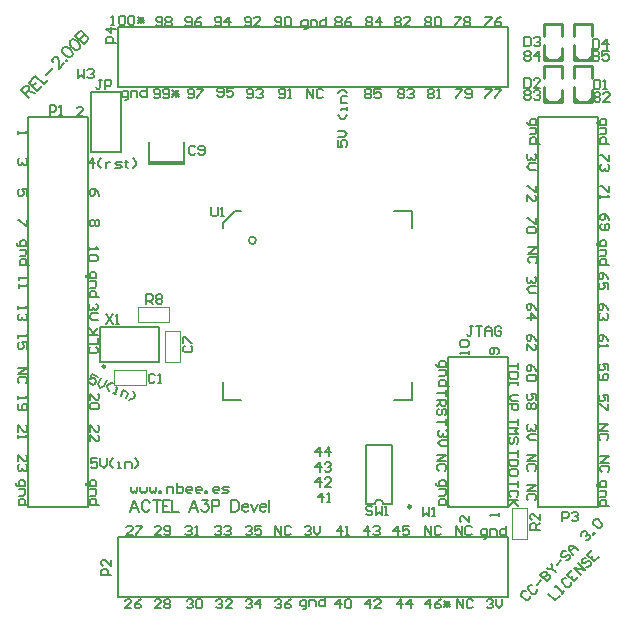
<source format=gto>
%FSLAX23Y23*%
%MOIN*%
G70*
G01*
G75*
%ADD10C,0.012*%
%ADD11C,0.014*%
%ADD12R,0.118X0.073*%
%ADD13R,0.031X0.031*%
%ADD14R,0.087X0.024*%
%ADD15R,0.087X0.024*%
%ADD16O,0.010X0.080*%
%ADD17O,0.080X0.010*%
%ADD18R,0.079X0.047*%
%ADD19R,0.014X0.014*%
%ADD20R,0.020X0.020*%
%ADD21R,0.030X0.030*%
%ADD22R,0.030X0.030*%
%ADD23C,0.008*%
%ADD24C,0.031*%
%ADD25C,0.024*%
%ADD26C,0.020*%
%ADD27C,0.016*%
%ADD28C,0.059*%
%ADD29R,0.059X0.059*%
%ADD30R,0.059X0.059*%
%ADD31C,0.024*%
%ADD32C,0.030*%
%ADD33R,0.060X0.060*%
%ADD34R,0.040X0.050*%
%ADD35R,0.040X0.060*%
%ADD36R,0.085X0.043*%
%ADD37R,0.085X0.043*%
%ADD38R,0.085X0.138*%
%ADD39R,0.022X0.061*%
%ADD40R,0.059X0.051*%
%ADD41R,0.039X0.043*%
%ADD42R,0.059X0.057*%
%ADD43C,0.010*%
%ADD44C,0.010*%
%ADD45C,0.008*%
%ADD46C,0.004*%
%ADD47C,0.005*%
%ADD48C,0.006*%
D23*
X3234Y4562D02*
G03*
X3206Y4562I-14J0D01*
G01*
X2810Y5440D02*
G03*
X2810Y5440I-12J0D01*
G01*
X2453Y5693D02*
Y5769D01*
X2571Y5693D02*
Y5769D01*
X2453Y5693D02*
X2571D01*
X2453Y5700D02*
X2571D01*
X2261Y5733D02*
Y5933D01*
Y5733D02*
X2361D01*
Y5933D01*
X2261D02*
X2361D01*
X3450Y5050D02*
X3650D01*
X3450Y4550D02*
X3650D01*
X3450D02*
Y5050D01*
X3650Y4550D02*
Y5050D01*
X2350Y5950D02*
Y6150D01*
X3650Y5950D02*
Y6150D01*
X2350Y5950D02*
X3650D01*
X2350Y6150D02*
X3650D01*
X3234Y4562D02*
X3263D01*
X3177D02*
X3206D01*
X3177Y4758D02*
X3263D01*
Y4562D02*
Y4758D01*
X3177Y4562D02*
Y4758D01*
X2290Y5034D02*
X2487D01*
Y5152D01*
X2290D02*
X2487D01*
X2290Y5034D02*
Y5152D01*
X2050Y4550D02*
X2250D01*
X2050Y5850D02*
X2250D01*
Y4550D02*
Y5850D01*
X2050Y4550D02*
Y5850D01*
X2350Y4250D02*
X3650D01*
X2350Y4450D02*
X3650D01*
X2350Y4250D02*
Y4450D01*
X3650Y4250D02*
Y4450D01*
X3950Y4550D02*
Y5850D01*
X3750Y4550D02*
Y5850D01*
Y4550D02*
X3950D01*
X3750Y5850D02*
X3950D01*
D43*
X3327Y4552D02*
G03*
X3327Y4552I-5J0D01*
G01*
X3930Y6120D02*
Y6140D01*
Y6160D01*
X3870D02*
X3930D01*
X3870Y6120D02*
Y6160D01*
Y6040D02*
Y6090D01*
Y6040D02*
X3930D01*
Y6080D01*
Y5980D02*
Y6000D01*
Y6020D01*
X3870D02*
X3930D01*
X3870Y5980D02*
Y6020D01*
Y5900D02*
Y5950D01*
Y5900D02*
X3930D01*
Y5940D01*
X3830Y5980D02*
Y6000D01*
Y6020D01*
X3770D02*
X3830D01*
X3770Y5980D02*
Y6020D01*
Y5900D02*
Y5950D01*
Y5900D02*
X3830D01*
Y5940D01*
Y6120D02*
Y6140D01*
Y6160D01*
X3770D02*
X3830D01*
X3770Y6120D02*
Y6160D01*
Y6040D02*
Y6090D01*
Y6040D02*
X3830D01*
Y6080D01*
D44*
X2307Y5020D02*
G03*
X2307Y5020I-4J0D01*
G01*
X3915Y6040D02*
X3930Y6055D01*
Y6060D01*
X3870Y6055D02*
X3885Y6040D01*
X3915Y5900D02*
X3930Y5915D01*
Y5920D01*
X3870Y5915D02*
X3885Y5900D01*
X3815D02*
X3830Y5915D01*
Y5920D01*
X3770Y5915D02*
X3785Y5900D01*
X3815Y6040D02*
X3830Y6055D01*
Y6060D01*
X3770Y6055D02*
X3785Y6040D01*
D45*
X2700Y5499D02*
X2739Y5539D01*
X3330Y5480D02*
Y5539D01*
Y4909D02*
Y4968D01*
X2700Y4909D02*
Y4968D01*
Y5480D02*
Y5499D01*
X3271Y5539D02*
X3330D01*
X3271Y4909D02*
X3330Y4909D01*
X2700Y4909D02*
X2759D01*
X2739Y5539D02*
X2759D01*
D46*
X2442Y4960D02*
X2442Y5009D01*
X2442Y4959D02*
X2442Y4960D01*
X2337Y4959D02*
X2442D01*
X2337D02*
Y5009D01*
X2442D01*
X2507Y5139D02*
X2556Y5139D01*
X2556Y5138D01*
Y5034D02*
Y5138D01*
X2507Y5034D02*
X2556D01*
X2507D02*
Y5139D01*
X3664Y4549D02*
X3713Y4549D01*
X3714Y4548D01*
Y4444D02*
Y4548D01*
X3664Y4444D02*
X3714D01*
X3664D02*
Y4549D01*
X2416Y5168D02*
X2416Y5217D01*
X2417Y5218D01*
X2521D01*
Y5168D02*
Y5218D01*
X2416Y5168D02*
X2521D01*
D47*
X2608Y5751D02*
X2602Y5756D01*
X2592D01*
X2587Y5751D01*
Y5730D01*
X2592Y5724D01*
X2602D01*
X2608Y5730D01*
X2618D02*
X2623Y5724D01*
X2634D01*
X2639Y5730D01*
Y5751D01*
X2634Y5756D01*
X2623D01*
X2618Y5751D01*
Y5745D01*
X2623Y5740D01*
X2639D01*
X3933Y6110D02*
Y6079D01*
X3949D01*
X3954Y6084D01*
Y6105D01*
X3949Y6110D01*
X3933D01*
X3980Y6079D02*
Y6110D01*
X3965Y6094D01*
X3986D01*
X2297Y5976D02*
X2286D01*
X2291D01*
Y5950D01*
X2286Y5945D01*
X2281D01*
X2276Y5950D01*
X2307Y5945D02*
Y5976D01*
X2323D01*
X2328Y5971D01*
Y5961D01*
X2323Y5955D01*
X2307D01*
X3533Y5154D02*
X3522D01*
X3528D01*
Y5127D01*
X3522Y5122D01*
X3517D01*
X3512Y5127D01*
X3543Y5154D02*
X3564D01*
X3554D01*
Y5122D01*
X3575D02*
Y5143D01*
X3585Y5154D01*
X3596Y5143D01*
Y5122D01*
Y5138D01*
X3575D01*
X3627Y5148D02*
X3622Y5154D01*
X3612D01*
X3606Y5148D01*
Y5127D01*
X3612Y5122D01*
X3622D01*
X3627Y5127D01*
Y5138D01*
X3617D01*
X3520Y4521D02*
Y4500D01*
X3499Y4521D01*
X3494D01*
X3489Y4516D01*
Y4505D01*
X3494Y4500D01*
X3620Y4520D02*
Y4530D01*
Y4525D01*
X3589D01*
X3594Y4520D01*
X3615Y5060D02*
X3620Y5065D01*
Y5076D01*
X3615Y5081D01*
X3594D01*
X3589Y5076D01*
Y5065D01*
X3594Y5060D01*
X3599D01*
X3604Y5065D01*
Y5081D01*
X3520Y5060D02*
Y5070D01*
Y5065D01*
X3489D01*
X3494Y5060D01*
Y5086D02*
X3489Y5091D01*
Y5102D01*
X3494Y5107D01*
X3515D01*
X3520Y5102D01*
Y5091D01*
X3515Y5086D01*
X3494D01*
X2343Y6098D02*
X2311D01*
Y6114D01*
X2316Y6119D01*
X2327D01*
X2332Y6114D01*
Y6098D01*
X2343Y6146D02*
X2311D01*
X2327Y6130D01*
Y6151D01*
X3198Y4550D02*
X3193Y4555D01*
X3182D01*
X3177Y4550D01*
Y4545D01*
X3182Y4539D01*
X3193D01*
X3198Y4534D01*
Y4529D01*
X3193Y4524D01*
X3182D01*
X3177Y4529D01*
X3209Y4555D02*
Y4524D01*
X3219Y4534D01*
X3230Y4524D01*
Y4555D01*
X3240Y4524D02*
X3251D01*
X3245D01*
Y4555D01*
X3240Y4550D01*
X2661Y5551D02*
Y5525D01*
X2667Y5520D01*
X2677D01*
X2682Y5525D01*
Y5551D01*
X2693Y5520D02*
X2703D01*
X2698D01*
Y5551D01*
X2693Y5546D01*
X2311Y5193D02*
X2332Y5161D01*
Y5193D02*
X2311Y5161D01*
X2343D02*
X2353D01*
X2348D01*
Y5193D01*
X2343Y5188D01*
X2217Y6012D02*
Y5980D01*
X2227Y5991D01*
X2238Y5980D01*
Y6012D01*
X2248Y6007D02*
X2253Y6012D01*
X2264D01*
X2269Y6007D01*
Y6001D01*
X2264Y5996D01*
X2259D01*
X2264D01*
X2269Y5991D01*
Y5986D01*
X2264Y5980D01*
X2253D01*
X2248Y5986D01*
X2474Y4991D02*
X2468Y4996D01*
X2458D01*
X2453Y4991D01*
Y4970D01*
X2458Y4965D01*
X2468D01*
X2474Y4970D01*
X2484Y4965D02*
X2495D01*
X2489D01*
Y4996D01*
X2484Y4991D01*
X3937Y5976D02*
Y5945D01*
X3953D01*
X3958Y5950D01*
Y5971D01*
X3953Y5976D01*
X3937D01*
X3968Y5945D02*
X3979D01*
X3974D01*
Y5976D01*
X3968Y5971D01*
X3705Y5980D02*
Y5949D01*
X3720D01*
X3726Y5954D01*
Y5975D01*
X3720Y5980D01*
X3705D01*
X3757Y5949D02*
X3736D01*
X3757Y5970D01*
Y5975D01*
X3752Y5980D01*
X3741D01*
X3736Y5975D01*
X3705Y6118D02*
Y6087D01*
X3720D01*
X3726Y6092D01*
Y6113D01*
X3720Y6118D01*
X3705D01*
X3736Y6113D02*
X3741Y6118D01*
X3752D01*
X3757Y6113D01*
Y6108D01*
X3752Y6102D01*
X3747D01*
X3752D01*
X3757Y6097D01*
Y6092D01*
X3752Y6087D01*
X3741D01*
X3736Y6092D01*
X2122Y5858D02*
Y5890D01*
X2138D01*
X2143Y5885D01*
Y5874D01*
X2138Y5869D01*
X2122D01*
X2154Y5858D02*
X2164D01*
X2159D01*
Y5890D01*
X2154Y5885D01*
X2327Y4323D02*
X2295D01*
Y4339D01*
X2301Y4344D01*
X2311D01*
X2316Y4339D01*
Y4323D01*
X2327Y4375D02*
Y4354D01*
X2306Y4375D01*
X2301D01*
X2295Y4370D01*
Y4360D01*
X2301Y4354D01*
X3831Y4504D02*
Y4535D01*
X3846D01*
X3852Y4530D01*
Y4520D01*
X3846Y4514D01*
X3831D01*
X3862Y4530D02*
X3867Y4535D01*
X3878D01*
X3883Y4530D01*
Y4525D01*
X3878Y4520D01*
X3873D01*
X3878D01*
X3883Y4514D01*
Y4509D01*
X3878Y4504D01*
X3867D01*
X3862Y4509D01*
X2572Y5088D02*
X2567Y5083D01*
Y5072D01*
X2572Y5067D01*
X2593D01*
X2598Y5072D01*
Y5083D01*
X2593Y5088D01*
X2567Y5098D02*
Y5119D01*
X2572D01*
X2593Y5098D01*
X2598D01*
X3756Y4476D02*
X3724D01*
Y4492D01*
X3730Y4497D01*
X3740D01*
X3745Y4492D01*
Y4476D01*
Y4487D02*
X3756Y4497D01*
Y4529D02*
Y4508D01*
X3735Y4529D01*
X3730D01*
X3724Y4524D01*
Y4513D01*
X3730Y4508D01*
X2445Y5228D02*
Y5260D01*
X2461D01*
X2466Y5255D01*
Y5244D01*
X2461Y5239D01*
X2445D01*
X2455D02*
X2466Y5228D01*
X2476Y5255D02*
X2482Y5260D01*
X2492D01*
X2497Y5255D01*
Y5249D01*
X2492Y5244D01*
X2497Y5239D01*
Y5234D01*
X2492Y5228D01*
X2482D01*
X2476Y5234D01*
Y5239D01*
X2482Y5244D01*
X2476Y5249D01*
Y5255D01*
X2482Y5244D02*
X2492D01*
X3366Y4551D02*
Y4520D01*
X3377Y4530D01*
X3387Y4520D01*
Y4551D01*
X3398Y4520D02*
X3408D01*
X3403D01*
Y4551D01*
X3398Y4546D01*
X3785Y4262D02*
X3807Y4240D01*
X3822Y4255D01*
X3807Y4285D02*
X3815Y4292D01*
X3811Y4288D01*
X3833Y4266D01*
X3829Y4262D01*
X3837Y4270D01*
X3844Y4314D02*
X3837D01*
X3829Y4307D01*
X3829Y4300D01*
X3844Y4285D01*
X3852D01*
X3859Y4292D01*
X3859Y4300D01*
X3863Y4340D02*
X3848Y4326D01*
X3870Y4303D01*
X3885Y4318D01*
X3859Y4314D02*
X3866Y4322D01*
X3892Y4326D02*
X3870Y4348D01*
X3907Y4340D01*
X3885Y4363D01*
X3911Y4381D02*
X3904D01*
X3896Y4374D01*
Y4366D01*
X3900Y4363D01*
X3907Y4363D01*
X3915Y4370D01*
X3922Y4370D01*
X3926Y4366D01*
Y4359D01*
X3918Y4351D01*
X3911D01*
X3930Y4407D02*
X3915Y4392D01*
X3937Y4370D01*
X3952Y4385D01*
X3926Y4381D02*
X3933Y4389D01*
X3709Y4270D02*
X3701D01*
X3694Y4262D01*
X3694Y4255D01*
X3709Y4240D01*
X3716D01*
X3724Y4247D01*
X3724Y4255D01*
X3731Y4292D02*
X3724D01*
X3716Y4284D01*
X3716Y4277D01*
X3731Y4262D01*
X3739D01*
X3746Y4270D01*
X3746Y4277D01*
Y4292D02*
X3761Y4307D01*
X3757Y4325D02*
X3779Y4303D01*
X3791Y4314D01*
X3791Y4322D01*
X3787Y4325D01*
X3779D01*
X3768Y4314D01*
X3779Y4325D01*
Y4333D01*
X3776Y4336D01*
X3768D01*
X3757Y4325D01*
X3779Y4348D02*
X3783Y4344D01*
X3798D01*
Y4359D01*
X3794Y4362D01*
X3798Y4344D02*
X3809Y4333D01*
X3813Y4359D02*
X3828Y4374D01*
X3842Y4403D02*
X3835D01*
X3828Y4396D01*
X3828Y4388D01*
X3831Y4385D01*
X3839D01*
X3846Y4392D01*
X3854D01*
X3857Y4388D01*
Y4381D01*
X3850Y4374D01*
X3842D01*
X3868Y4392D02*
X3854Y4407D01*
Y4422D01*
X3868D01*
X3883Y4407D01*
X3872Y4418D01*
X3857Y4403D01*
X3894Y4455D02*
Y4463D01*
X3902Y4470D01*
X3909D01*
X3913Y4466D01*
Y4459D01*
X3909Y4455D01*
X3913Y4459D01*
X3920Y4459D01*
X3924Y4455D01*
Y4448D01*
X3917Y4440D01*
X3909D01*
X3935Y4459D02*
X3932Y4463D01*
X3935Y4466D01*
X3939Y4463D01*
X3935Y4459D01*
Y4496D02*
X3935Y4503D01*
X3943Y4511D01*
X3950D01*
X3965Y4496D01*
X3965Y4489D01*
X3958Y4481D01*
X3950D01*
X3935Y4496D01*
X2373Y5907D02*
X2378D01*
X2383Y5912D01*
Y5938D01*
X2367D01*
X2362Y5933D01*
Y5923D01*
X2367Y5917D01*
X2383D01*
X2394D02*
Y5938D01*
X2409D01*
X2415Y5933D01*
Y5917D01*
X2446Y5949D02*
Y5917D01*
X2430D01*
X2425Y5923D01*
Y5933D01*
X2430Y5938D01*
X2446D01*
X2016Y4921D02*
Y4911D01*
Y4916D01*
X2047D01*
X2042Y4921D01*
X2021Y4895D02*
X2016Y4890D01*
Y4879D01*
X2021Y4874D01*
X2042D01*
X2047Y4879D01*
Y4890D01*
X2042Y4895D01*
X2037D01*
X2031Y4890D01*
Y4874D01*
X2016Y4802D02*
Y4823D01*
X2037Y4802D01*
X2042D01*
X2047Y4807D01*
Y4818D01*
X2042Y4823D01*
X2016Y4791D02*
Y4781D01*
Y4786D01*
X2047D01*
X2042Y4791D01*
X3570Y4446D02*
X3575D01*
X3580Y4451D01*
Y4478D01*
X3564D01*
X3559Y4472D01*
Y4462D01*
X3564Y4457D01*
X3580D01*
X3591D02*
Y4478D01*
X3606D01*
X3612Y4472D01*
Y4457D01*
X3643Y4488D02*
Y4457D01*
X3627D01*
X3622Y4462D01*
Y4472D01*
X3627Y4478D01*
X3643D01*
X3476Y4457D02*
Y4488D01*
X3497Y4457D01*
Y4488D01*
X3529Y4483D02*
X3524Y4488D01*
X3513D01*
X3508Y4483D01*
Y4462D01*
X3513Y4457D01*
X3524D01*
X3529Y4462D01*
X3374Y4457D02*
Y4488D01*
X3395Y4457D01*
Y4488D01*
X3426Y4483D02*
X3421Y4488D01*
X3411D01*
X3406Y4483D01*
Y4462D01*
X3411Y4457D01*
X3421D01*
X3426Y4462D01*
X3283Y4457D02*
Y4488D01*
X3268Y4472D01*
X3289D01*
X3320Y4488D02*
X3299D01*
Y4472D01*
X3310Y4478D01*
X3315D01*
X3320Y4472D01*
Y4462D01*
X3315Y4457D01*
X3304D01*
X3299Y4462D01*
X3185Y4457D02*
Y4488D01*
X3169Y4472D01*
X3190D01*
X3201Y4483D02*
X3206Y4488D01*
X3217D01*
X3222Y4483D01*
Y4478D01*
X3217Y4472D01*
X3211D01*
X3217D01*
X3222Y4467D01*
Y4462D01*
X3217Y4457D01*
X3206D01*
X3201Y4462D01*
X3094Y4457D02*
Y4488D01*
X3079Y4472D01*
X3100D01*
X3110Y4457D02*
X3121D01*
X3115D01*
Y4488D01*
X3110Y4483D01*
X2972D02*
X2978Y4488D01*
X2988D01*
X2993Y4483D01*
Y4478D01*
X2988Y4472D01*
X2983D01*
X2988D01*
X2993Y4467D01*
Y4462D01*
X2988Y4457D01*
X2978D01*
X2972Y4462D01*
X3004Y4488D02*
Y4467D01*
X3014Y4457D01*
X3025Y4467D01*
Y4488D01*
X2874Y4457D02*
Y4488D01*
X2895Y4457D01*
Y4488D01*
X2926Y4483D02*
X2921Y4488D01*
X2911D01*
X2906Y4483D01*
Y4462D01*
X2911Y4457D01*
X2921D01*
X2926Y4462D01*
X2776Y4483D02*
X2781Y4488D01*
X2791D01*
X2797Y4483D01*
Y4478D01*
X2791Y4472D01*
X2786D01*
X2791D01*
X2797Y4467D01*
Y4462D01*
X2791Y4457D01*
X2781D01*
X2776Y4462D01*
X2828Y4488D02*
X2807D01*
Y4472D01*
X2818Y4478D01*
X2823D01*
X2828Y4472D01*
Y4462D01*
X2823Y4457D01*
X2812D01*
X2807Y4462D01*
X2673Y4483D02*
X2678Y4488D01*
X2689D01*
X2694Y4483D01*
Y4478D01*
X2689Y4472D01*
X2684D01*
X2689D01*
X2694Y4467D01*
Y4462D01*
X2689Y4457D01*
X2678D01*
X2673Y4462D01*
X2705Y4483D02*
X2710Y4488D01*
X2720D01*
X2726Y4483D01*
Y4478D01*
X2720Y4472D01*
X2715D01*
X2720D01*
X2726Y4467D01*
Y4462D01*
X2720Y4457D01*
X2710D01*
X2705Y4462D01*
X2575Y4483D02*
X2580Y4488D01*
X2591D01*
X2596Y4483D01*
Y4478D01*
X2591Y4472D01*
X2585D01*
X2591D01*
X2596Y4467D01*
Y4462D01*
X2591Y4457D01*
X2580D01*
X2575Y4462D01*
X2606Y4457D02*
X2617D01*
X2612D01*
Y4488D01*
X2606Y4483D01*
X2493Y4457D02*
X2472D01*
X2493Y4478D01*
Y4483D01*
X2488Y4488D01*
X2478D01*
X2472Y4483D01*
X2504Y4462D02*
X2509Y4457D01*
X2520D01*
X2525Y4462D01*
Y4483D01*
X2520Y4488D01*
X2509D01*
X2504Y4483D01*
Y4478D01*
X2509Y4472D01*
X2525D01*
X2399Y4457D02*
X2378D01*
X2399Y4478D01*
Y4483D01*
X2394Y4488D01*
X2383D01*
X2378Y4483D01*
X2409Y4488D02*
X2430D01*
Y4483D01*
X2409Y4462D01*
Y4457D01*
X3937Y5928D02*
X3942Y5933D01*
X3953D01*
X3958Y5928D01*
Y5923D01*
X3953Y5917D01*
X3958Y5912D01*
Y5907D01*
X3953Y5902D01*
X3942D01*
X3937Y5907D01*
Y5912D01*
X3942Y5917D01*
X3937Y5923D01*
Y5928D01*
X3942Y5917D02*
X3953D01*
X3989Y5902D02*
X3968D01*
X3989Y5923D01*
Y5928D01*
X3984Y5933D01*
X3974D01*
X3968Y5928D01*
X3705Y5936D02*
X3710Y5941D01*
X3720D01*
X3726Y5936D01*
Y5930D01*
X3720Y5925D01*
X3726Y5920D01*
Y5915D01*
X3720Y5909D01*
X3710D01*
X3705Y5915D01*
Y5920D01*
X3710Y5925D01*
X3705Y5930D01*
Y5936D01*
X3710Y5925D02*
X3720D01*
X3736Y5936D02*
X3741Y5941D01*
X3752D01*
X3757Y5936D01*
Y5930D01*
X3752Y5925D01*
X3747D01*
X3752D01*
X3757Y5920D01*
Y5915D01*
X3752Y5909D01*
X3741D01*
X3736Y5915D01*
X3933Y6066D02*
X3938Y6071D01*
X3949D01*
X3954Y6066D01*
Y6060D01*
X3949Y6055D01*
X3954Y6050D01*
Y6045D01*
X3949Y6039D01*
X3938D01*
X3933Y6045D01*
Y6050D01*
X3938Y6055D01*
X3933Y6060D01*
Y6066D01*
X3938Y6055D02*
X3949D01*
X3986Y6071D02*
X3965D01*
Y6055D01*
X3975Y6060D01*
X3980D01*
X3986Y6055D01*
Y6045D01*
X3980Y6039D01*
X3970D01*
X3965Y6045D01*
X3705Y6066D02*
X3710Y6071D01*
X3720D01*
X3726Y6066D01*
Y6060D01*
X3720Y6055D01*
X3726Y6050D01*
Y6045D01*
X3720Y6039D01*
X3710D01*
X3705Y6045D01*
Y6050D01*
X3710Y6055D01*
X3705Y6060D01*
Y6066D01*
X3710Y6055D02*
X3720D01*
X3752Y6039D02*
Y6071D01*
X3736Y6055D01*
X3757D01*
X3031Y4567D02*
Y4598D01*
X3016Y4583D01*
X3037D01*
X3047Y4567D02*
X3058D01*
X3052D01*
Y4598D01*
X3047Y4593D01*
X3024Y4618D02*
Y4650D01*
X3008Y4634D01*
X3029D01*
X3060Y4618D02*
X3039D01*
X3060Y4639D01*
Y4644D01*
X3055Y4650D01*
X3045D01*
X3039Y4644D01*
X3024Y4669D02*
Y4701D01*
X3008Y4685D01*
X3029D01*
X3039Y4696D02*
X3045Y4701D01*
X3055D01*
X3060Y4696D01*
Y4690D01*
X3055Y4685D01*
X3050D01*
X3055D01*
X3060Y4680D01*
Y4675D01*
X3055Y4669D01*
X3045D01*
X3039Y4675D01*
X3024Y4720D02*
Y4752D01*
X3008Y4736D01*
X3029D01*
X3055Y4720D02*
Y4752D01*
X3039Y4736D01*
X3060D01*
X3413Y4724D02*
X3445D01*
X3413Y4703D01*
X3445D01*
X3440Y4672D02*
X3445Y4677D01*
Y4688D01*
X3440Y4693D01*
X3419D01*
X3413Y4688D01*
Y4677D01*
X3419Y4672D01*
X3444Y4807D02*
X3449Y4802D01*
Y4791D01*
X3444Y4786D01*
X3438D01*
X3433Y4791D01*
Y4797D01*
Y4791D01*
X3428Y4786D01*
X3423D01*
X3417Y4791D01*
Y4802D01*
X3423Y4807D01*
X3449Y4776D02*
X3428D01*
X3417Y4765D01*
X3428Y4755D01*
X3449D01*
X3445Y4941D02*
Y4920D01*
Y4930D01*
X3413D01*
Y4909D02*
X3445D01*
Y4894D01*
X3440Y4888D01*
X3429D01*
X3424Y4894D01*
Y4909D01*
Y4899D02*
X3413Y4888D01*
X3440Y4857D02*
X3445Y4862D01*
Y4873D01*
X3440Y4878D01*
X3434D01*
X3429Y4873D01*
Y4862D01*
X3424Y4857D01*
X3419D01*
X3413Y4862D01*
Y4873D01*
X3419Y4878D01*
X3445Y4846D02*
Y4825D01*
Y4836D01*
X3413D01*
X3685Y5031D02*
Y5011D01*
Y5021D01*
X3654D01*
X3685Y5000D02*
X3654D01*
Y4984D01*
X3659Y4979D01*
X3680D01*
X3685Y4984D01*
Y5000D01*
Y4969D02*
Y4958D01*
Y4963D01*
X3654D01*
Y4969D01*
Y4958D01*
X3685Y4925D02*
X3664D01*
X3654Y4915D01*
X3664Y4904D01*
X3685D01*
X3654Y4894D02*
X3685D01*
Y4878D01*
X3680Y4873D01*
X3669D01*
X3664Y4878D01*
Y4894D01*
X3685Y4846D02*
Y4825D01*
Y4836D01*
X3654D01*
Y4815D02*
X3685D01*
X3675Y4804D01*
X3685Y4794D01*
X3654D01*
X3680Y4762D02*
X3685Y4768D01*
Y4778D01*
X3680Y4783D01*
X3675D01*
X3669Y4778D01*
Y4768D01*
X3664Y4762D01*
X3659D01*
X3654Y4768D01*
Y4778D01*
X3659Y4783D01*
X3685Y4740D02*
Y4719D01*
Y4730D01*
X3654D01*
X3685Y4709D02*
X3654D01*
Y4693D01*
X3659Y4688D01*
X3680D01*
X3685Y4693D01*
Y4709D01*
Y4661D02*
Y4672D01*
X3680Y4677D01*
X3659D01*
X3654Y4672D01*
Y4661D01*
X3659Y4656D01*
X3680D01*
X3685Y4661D01*
Y4638D02*
Y4617D01*
Y4627D01*
X3654D01*
X3680Y4585D02*
X3685Y4591D01*
Y4601D01*
X3680Y4606D01*
X3659D01*
X3654Y4601D01*
Y4591D01*
X3659Y4585D01*
X3685Y4575D02*
X3654D01*
X3664D01*
X3685Y4554D01*
X3669Y4570D01*
X3654Y4554D01*
X3411Y4631D02*
Y4626D01*
X3416Y4621D01*
X3442D01*
Y4636D01*
X3437Y4642D01*
X3427D01*
X3421Y4636D01*
Y4621D01*
Y4610D02*
X3442D01*
Y4595D01*
X3437Y4589D01*
X3421D01*
X3453Y4558D02*
X3421D01*
Y4574D01*
X3427Y4579D01*
X3437D01*
X3442Y4574D01*
Y4558D01*
X3411Y5029D02*
Y5024D01*
X3416Y5018D01*
X3442D01*
Y5034D01*
X3437Y5039D01*
X3427D01*
X3421Y5034D01*
Y5018D01*
Y5008D02*
X3442D01*
Y4992D01*
X3437Y4987D01*
X3421D01*
X3453Y4955D02*
X3421D01*
Y4971D01*
X3427Y4976D01*
X3437D01*
X3442Y4971D01*
Y4955D01*
X2016Y5803D02*
Y5793D01*
Y5798D01*
X2047D01*
X2042Y5803D01*
X2234Y5854D02*
X2213D01*
X2234Y5875D01*
Y5881D01*
X2228Y5886D01*
X2218D01*
X2213Y5881D01*
X2042Y5713D02*
X2047Y5707D01*
Y5697D01*
X2042Y5692D01*
X2037D01*
X2031Y5697D01*
Y5702D01*
Y5697D01*
X2026Y5692D01*
X2021D01*
X2016Y5697D01*
Y5707D01*
X2021Y5713D01*
X2268Y5681D02*
Y5713D01*
X2252Y5697D01*
X2273D01*
X2294Y5681D02*
X2283Y5692D01*
Y5702D01*
X2294Y5713D01*
X2310Y5702D02*
Y5681D01*
Y5692D01*
X2315Y5697D01*
X2320Y5702D01*
X2325D01*
X2341Y5681D02*
X2357D01*
X2362Y5686D01*
X2357Y5692D01*
X2346D01*
X2341Y5697D01*
X2346Y5702D01*
X2362D01*
X2378Y5707D02*
Y5702D01*
X2373D01*
X2383D01*
X2378D01*
Y5686D01*
X2383Y5681D01*
X2399D02*
X2409Y5692D01*
Y5702D01*
X2399Y5713D01*
X2047Y5589D02*
Y5610D01*
X2031D01*
X2037Y5600D01*
Y5594D01*
X2031Y5589D01*
X2021D01*
X2016Y5594D01*
Y5605D01*
X2021Y5610D01*
X2287Y5589D02*
X2282Y5600D01*
X2272Y5610D01*
X2261D01*
X2256Y5605D01*
Y5594D01*
X2261Y5589D01*
X2266D01*
X2272Y5594D01*
Y5610D01*
X2047Y5508D02*
Y5487D01*
X2042D01*
X2021Y5508D01*
X2016D01*
X2282D02*
X2287Y5503D01*
Y5492D01*
X2282Y5487D01*
X2277D01*
X2272Y5492D01*
X2266Y5487D01*
X2261D01*
X2256Y5492D01*
Y5503D01*
X2261Y5508D01*
X2266D01*
X2272Y5503D01*
X2277Y5508D01*
X2282D01*
X2272Y5503D02*
Y5492D01*
X2013Y5430D02*
Y5425D01*
X2018Y5420D01*
X2045D01*
Y5436D01*
X2039Y5441D01*
X2029D01*
X2024Y5436D01*
Y5420D01*
Y5409D02*
X2045D01*
Y5394D01*
X2039Y5388D01*
X2024D01*
X2055Y5357D02*
X2024D01*
Y5373D01*
X2029Y5378D01*
X2039D01*
X2045Y5373D01*
Y5357D01*
X2252Y5417D02*
Y5407D01*
Y5412D01*
X2283D01*
X2278Y5417D01*
Y5391D02*
X2283Y5386D01*
Y5375D01*
X2278Y5370D01*
X2257D01*
X2252Y5375D01*
Y5386D01*
X2257Y5391D01*
X2278D01*
X2020Y5319D02*
Y5308D01*
Y5314D01*
X2051D01*
X2046Y5319D01*
X2020Y5293D02*
Y5282D01*
Y5287D01*
X2051D01*
X2046Y5293D01*
X2245Y5324D02*
Y5319D01*
X2251Y5314D01*
X2277D01*
Y5329D01*
X2272Y5335D01*
X2261D01*
X2256Y5329D01*
Y5314D01*
Y5303D02*
X2277D01*
Y5287D01*
X2272Y5282D01*
X2256D01*
X2287Y5251D02*
X2256D01*
Y5266D01*
X2261Y5272D01*
X2272D01*
X2277Y5266D01*
Y5251D01*
X2278Y5228D02*
X2283Y5223D01*
Y5213D01*
X2278Y5207D01*
X2273D01*
X2268Y5213D01*
Y5218D01*
Y5213D01*
X2262Y5207D01*
X2257D01*
X2252Y5213D01*
Y5223D01*
X2257Y5228D01*
X2283Y5197D02*
X2262D01*
X2252Y5186D01*
X2262Y5176D01*
X2283D01*
X2016Y5220D02*
Y5210D01*
Y5215D01*
X2047D01*
X2042Y5220D01*
Y5194D02*
X2047Y5189D01*
Y5178D01*
X2042Y5173D01*
X2037D01*
X2031Y5178D01*
Y5184D01*
Y5178D01*
X2026Y5173D01*
X2021D01*
X2016Y5178D01*
Y5189D01*
X2021Y5194D01*
X2016Y5126D02*
Y5115D01*
Y5121D01*
X2047D01*
X2042Y5126D01*
X2047Y5079D02*
Y5100D01*
X2031D01*
X2037Y5089D01*
Y5084D01*
X2031Y5079D01*
X2021D01*
X2016Y5084D01*
Y5094D01*
X2021Y5100D01*
X2257Y5084D02*
X2252Y5079D01*
Y5068D01*
X2257Y5063D01*
X2278D01*
X2283Y5068D01*
Y5079D01*
X2278Y5084D01*
X2252Y5094D02*
X2283D01*
Y5115D01*
X2252Y5126D02*
X2283D01*
X2273D01*
X2252Y5147D01*
X2268Y5131D01*
X2283Y5147D01*
X2283Y4986D02*
X2264Y4994D01*
X2258Y4979D01*
X2270Y4980D01*
X2274Y4978D01*
X2277Y4971D01*
X2273Y4962D01*
X2267Y4959D01*
X2257Y4963D01*
X2254Y4969D01*
X2293Y4982D02*
X2285Y4962D01*
X2291Y4949D01*
X2305Y4955D01*
X2312Y4974D01*
X2320Y4937D02*
X2314Y4951D01*
X2318Y4960D01*
X2332Y4966D01*
X2335Y4931D02*
X2344Y4927D01*
X2340Y4929D01*
X2347Y4949D01*
X2343Y4951D01*
X2359Y4921D02*
X2367Y4941D01*
X2381Y4935D01*
X2384Y4928D01*
X2378Y4913D01*
X2388Y4909D02*
X2402Y4915D01*
X2406Y4925D01*
X2400Y4939D01*
X2016Y5016D02*
X2047D01*
X2016Y4995D01*
X2047D01*
X2042Y4963D02*
X2047Y4969D01*
Y4979D01*
X2042Y4984D01*
X2021D01*
X2016Y4979D01*
Y4969D01*
X2021Y4963D01*
X2256Y4908D02*
Y4929D01*
X2277Y4908D01*
X2282D01*
X2287Y4913D01*
Y4924D01*
X2282Y4929D01*
Y4898D02*
X2287Y4892D01*
Y4882D01*
X2282Y4877D01*
X2261D01*
X2256Y4882D01*
Y4892D01*
X2261Y4898D01*
X2282D01*
X2256Y4802D02*
Y4823D01*
X2277Y4802D01*
X2282D01*
X2287Y4807D01*
Y4818D01*
X2282Y4823D01*
X2256Y4770D02*
Y4791D01*
X2277Y4770D01*
X2282D01*
X2287Y4776D01*
Y4786D01*
X2282Y4791D01*
X2016Y4703D02*
Y4724D01*
X2037Y4703D01*
X2042D01*
X2047Y4709D01*
Y4719D01*
X2042Y4724D01*
Y4693D02*
X2047Y4688D01*
Y4677D01*
X2042Y4672D01*
X2037D01*
X2031Y4677D01*
Y4682D01*
Y4677D01*
X2026Y4672D01*
X2021D01*
X2016Y4677D01*
Y4688D01*
X2021Y4693D01*
X2281Y4713D02*
X2260D01*
Y4697D01*
X2270Y4702D01*
X2276D01*
X2281Y4697D01*
Y4686D01*
X2276Y4681D01*
X2265D01*
X2260Y4686D01*
X2291Y4713D02*
Y4692D01*
X2302Y4681D01*
X2312Y4692D01*
Y4713D01*
X2333Y4681D02*
X2323Y4692D01*
Y4702D01*
X2333Y4713D01*
X2349Y4681D02*
X2360D01*
X2354D01*
Y4702D01*
X2349D01*
X2375Y4681D02*
Y4702D01*
X2391D01*
X2396Y4697D01*
Y4681D01*
X2407D02*
X2417Y4692D01*
Y4702D01*
X2407Y4713D01*
X2009Y4631D02*
Y4626D01*
X2014Y4621D01*
X2041D01*
Y4636D01*
X2035Y4642D01*
X2025D01*
X2020Y4636D01*
Y4621D01*
Y4610D02*
X2041D01*
Y4595D01*
X2035Y4589D01*
X2020D01*
X2051Y4558D02*
X2020D01*
Y4574D01*
X2025Y4579D01*
X2035D01*
X2041Y4574D01*
Y4558D01*
X2245Y4631D02*
Y4626D01*
X2251Y4621D01*
X2277D01*
Y4636D01*
X2272Y4642D01*
X2261D01*
X2256Y4636D01*
Y4621D01*
Y4610D02*
X2277D01*
Y4595D01*
X2272Y4589D01*
X2256D01*
X2287Y4558D02*
X2256D01*
Y4574D01*
X2261Y4579D01*
X2272D01*
X2277Y4574D01*
Y4558D01*
X2395Y4213D02*
X2374D01*
X2395Y4234D01*
Y4239D01*
X2390Y4244D01*
X2379D01*
X2374Y4239D01*
X2426Y4244D02*
X2416Y4239D01*
X2406Y4228D01*
Y4218D01*
X2411Y4213D01*
X2421D01*
X2426Y4218D01*
Y4223D01*
X2421Y4228D01*
X2406D01*
X2493Y4213D02*
X2472D01*
X2493Y4234D01*
Y4239D01*
X2488Y4244D01*
X2478D01*
X2472Y4239D01*
X2504D02*
X2509Y4244D01*
X2520D01*
X2525Y4239D01*
Y4234D01*
X2520Y4228D01*
X2525Y4223D01*
Y4218D01*
X2520Y4213D01*
X2509D01*
X2504Y4218D01*
Y4223D01*
X2509Y4228D01*
X2504Y4234D01*
Y4239D01*
X2509Y4228D02*
X2520D01*
X2579Y4239D02*
X2584Y4244D01*
X2594D01*
X2600Y4239D01*
Y4234D01*
X2594Y4228D01*
X2589D01*
X2594D01*
X2600Y4223D01*
Y4218D01*
X2594Y4213D01*
X2584D01*
X2579Y4218D01*
X2610Y4239D02*
X2615Y4244D01*
X2626D01*
X2631Y4239D01*
Y4218D01*
X2626Y4213D01*
X2615D01*
X2610Y4218D01*
Y4239D01*
X2677D02*
X2682Y4244D01*
X2693D01*
X2698Y4239D01*
Y4234D01*
X2693Y4228D01*
X2688D01*
X2693D01*
X2698Y4223D01*
Y4218D01*
X2693Y4213D01*
X2682D01*
X2677Y4218D01*
X2730Y4213D02*
X2709D01*
X2730Y4234D01*
Y4239D01*
X2724Y4244D01*
X2714D01*
X2709Y4239D01*
X2776D02*
X2781Y4244D01*
X2791D01*
X2797Y4239D01*
Y4234D01*
X2791Y4228D01*
X2786D01*
X2791D01*
X2797Y4223D01*
Y4218D01*
X2791Y4213D01*
X2781D01*
X2776Y4218D01*
X2823Y4213D02*
Y4244D01*
X2807Y4228D01*
X2828D01*
X2874Y4239D02*
X2879Y4244D01*
X2890D01*
X2895Y4239D01*
Y4234D01*
X2890Y4228D01*
X2885D01*
X2890D01*
X2895Y4223D01*
Y4218D01*
X2890Y4213D01*
X2879D01*
X2874Y4218D01*
X2926Y4244D02*
X2916Y4239D01*
X2906Y4228D01*
Y4218D01*
X2911Y4213D01*
X2921D01*
X2926Y4218D01*
Y4223D01*
X2921Y4228D01*
X2906D01*
X2967Y4210D02*
X2972D01*
X2978Y4215D01*
Y4241D01*
X2962D01*
X2957Y4236D01*
Y4226D01*
X2962Y4220D01*
X2978D01*
X2988D02*
Y4241D01*
X3004D01*
X3009Y4236D01*
Y4220D01*
X3041Y4252D02*
Y4220D01*
X3025D01*
X3020Y4226D01*
Y4236D01*
X3025Y4241D01*
X3041D01*
X3091Y4213D02*
Y4244D01*
X3075Y4228D01*
X3096D01*
X3106Y4239D02*
X3112Y4244D01*
X3122D01*
X3127Y4239D01*
Y4218D01*
X3122Y4213D01*
X3112D01*
X3106Y4218D01*
Y4239D01*
X3189Y4213D02*
Y4244D01*
X3173Y4228D01*
X3194D01*
X3226Y4213D02*
X3205D01*
X3226Y4234D01*
Y4239D01*
X3220Y4244D01*
X3210D01*
X3205Y4239D01*
X3295Y4213D02*
Y4244D01*
X3280Y4228D01*
X3301D01*
X3327Y4213D02*
Y4244D01*
X3311Y4228D01*
X3332D01*
X3390Y4213D02*
Y4244D01*
X3374Y4228D01*
X3395D01*
X3426Y4244D02*
X3416Y4239D01*
X3406Y4228D01*
Y4218D01*
X3411Y4213D01*
X3421D01*
X3426Y4218D01*
Y4223D01*
X3421Y4228D01*
X3406D01*
X3437Y4239D02*
X3458Y4218D01*
X3437D02*
X3458Y4239D01*
X3437Y4228D02*
X3458D01*
X3447Y4218D02*
Y4239D01*
X3480Y4213D02*
Y4244D01*
X3501Y4213D01*
Y4244D01*
X3533Y4239D02*
X3528Y4244D01*
X3517D01*
X3512Y4239D01*
Y4218D01*
X3517Y4213D01*
X3528D01*
X3533Y4218D01*
X3579Y4239D02*
X3584Y4244D01*
X3594D01*
X3600Y4239D01*
Y4234D01*
X3594Y4228D01*
X3589D01*
X3594D01*
X3600Y4223D01*
Y4218D01*
X3594Y4213D01*
X3584D01*
X3579Y4218D01*
X3610Y4244D02*
Y4223D01*
X3621Y4213D01*
X3631Y4223D01*
Y4244D01*
X3744Y5622D02*
Y5601D01*
X3739D01*
X3718Y5622D01*
X3713D01*
Y5570D02*
Y5591D01*
X3734Y5570D01*
X3739D01*
X3744Y5575D01*
Y5585D01*
X3739Y5591D01*
X3744Y5516D02*
Y5495D01*
X3739D01*
X3718Y5516D01*
X3713D01*
X3739Y5484D02*
X3744Y5479D01*
Y5469D01*
X3739Y5463D01*
X3718D01*
X3713Y5469D01*
Y5479D01*
X3718Y5484D01*
X3739D01*
X3717Y5417D02*
X3748D01*
X3717Y5396D01*
X3748D01*
X3743Y5365D02*
X3748Y5370D01*
Y5381D01*
X3743Y5386D01*
X3722D01*
X3717Y5381D01*
Y5370D01*
X3722Y5365D01*
X3739Y5319D02*
X3744Y5314D01*
Y5303D01*
X3739Y5298D01*
X3734D01*
X3728Y5303D01*
Y5308D01*
Y5303D01*
X3723Y5298D01*
X3718D01*
X3713Y5303D01*
Y5314D01*
X3718Y5319D01*
X3744Y5287D02*
X3723D01*
X3713Y5277D01*
X3723Y5266D01*
X3744D01*
Y5207D02*
X3739Y5218D01*
X3728Y5228D01*
X3718D01*
X3713Y5223D01*
Y5213D01*
X3718Y5207D01*
X3723D01*
X3728Y5213D01*
Y5228D01*
X3713Y5181D02*
X3744D01*
X3728Y5197D01*
Y5176D01*
X3744Y5105D02*
X3739Y5115D01*
X3728Y5126D01*
X3718D01*
X3713Y5121D01*
Y5110D01*
X3718Y5105D01*
X3723D01*
X3728Y5110D01*
Y5126D01*
X3713Y5074D02*
Y5094D01*
X3734Y5074D01*
X3739D01*
X3744Y5079D01*
Y5089D01*
X3739Y5094D01*
X3744Y5003D02*
X3739Y5013D01*
X3728Y5024D01*
X3718D01*
X3713Y5018D01*
Y5008D01*
X3718Y5003D01*
X3723D01*
X3728Y5008D01*
Y5024D01*
X3739Y4992D02*
X3744Y4987D01*
Y4976D01*
X3739Y4971D01*
X3718D01*
X3713Y4976D01*
Y4987D01*
X3718Y4992D01*
X3739D01*
X3744Y4908D02*
Y4929D01*
X3728D01*
X3734Y4919D01*
Y4913D01*
X3728Y4908D01*
X3718D01*
X3713Y4913D01*
Y4924D01*
X3718Y4929D01*
X3739Y4898D02*
X3744Y4892D01*
Y4882D01*
X3739Y4877D01*
X3734D01*
X3728Y4882D01*
X3723Y4877D01*
X3718D01*
X3713Y4882D01*
Y4892D01*
X3718Y4898D01*
X3723D01*
X3728Y4892D01*
X3734Y4898D01*
X3739D01*
X3728Y4892D02*
Y4882D01*
X3739Y4827D02*
X3744Y4822D01*
Y4811D01*
X3739Y4806D01*
X3734D01*
X3728Y4811D01*
Y4816D01*
Y4811D01*
X3723Y4806D01*
X3718D01*
X3713Y4811D01*
Y4822D01*
X3718Y4827D01*
X3744Y4795D02*
X3723D01*
X3713Y4785D01*
X3723Y4774D01*
X3744D01*
X3946Y4627D02*
Y4622D01*
X3951Y4617D01*
X3978D01*
Y4633D01*
X3972Y4638D01*
X3962D01*
X3957Y4633D01*
Y4617D01*
Y4606D02*
X3978D01*
Y4591D01*
X3972Y4585D01*
X3957D01*
X3988Y4554D02*
X3957D01*
Y4570D01*
X3962Y4575D01*
X3972D01*
X3978Y4570D01*
Y4554D01*
X3713Y4626D02*
X3744D01*
X3713Y4605D01*
X3744D01*
X3739Y4574D02*
X3744Y4579D01*
Y4589D01*
X3739Y4594D01*
X3718D01*
X3713Y4589D01*
Y4579D01*
X3718Y4574D01*
X3713Y4724D02*
X3744D01*
X3713Y4703D01*
X3744D01*
X3739Y4672D02*
X3744Y4677D01*
Y4688D01*
X3739Y4693D01*
X3718D01*
X3713Y4688D01*
Y4677D01*
X3718Y4672D01*
X3957Y4720D02*
X3988D01*
X3957Y4699D01*
X3988D01*
X3983Y4668D02*
X3988Y4673D01*
Y4684D01*
X3983Y4689D01*
X3962D01*
X3957Y4684D01*
Y4673D01*
X3962Y4668D01*
X3953Y4827D02*
X3984D01*
X3953Y4806D01*
X3984D01*
X3979Y4774D02*
X3984Y4780D01*
Y4790D01*
X3979Y4795D01*
X3958D01*
X3953Y4790D01*
Y4780D01*
X3958Y4774D01*
X3984Y4904D02*
Y4925D01*
X3968D01*
X3974Y4915D01*
Y4909D01*
X3968Y4904D01*
X3958D01*
X3953Y4909D01*
Y4920D01*
X3958Y4925D01*
X3984Y4894D02*
Y4873D01*
X3979D01*
X3958Y4894D01*
X3953D01*
X3984Y5007D02*
Y5028D01*
X3968D01*
X3974Y5017D01*
Y5012D01*
X3968Y5007D01*
X3958D01*
X3953Y5012D01*
Y5022D01*
X3958Y5028D01*
Y4996D02*
X3953Y4991D01*
Y4980D01*
X3958Y4975D01*
X3979D01*
X3984Y4980D01*
Y4991D01*
X3979Y4996D01*
X3974D01*
X3968Y4991D01*
Y4975D01*
X3984Y5105D02*
X3979Y5115D01*
X3968Y5126D01*
X3958D01*
X3953Y5121D01*
Y5110D01*
X3958Y5105D01*
X3963D01*
X3968Y5110D01*
Y5126D01*
X3953Y5094D02*
Y5084D01*
Y5089D01*
X3984D01*
X3979Y5094D01*
X3984Y5207D02*
X3979Y5218D01*
X3968Y5228D01*
X3958D01*
X3953Y5223D01*
Y5213D01*
X3958Y5207D01*
X3963D01*
X3968Y5213D01*
Y5228D01*
X3979Y5197D02*
X3984Y5192D01*
Y5181D01*
X3979Y5176D01*
X3974D01*
X3968Y5181D01*
Y5186D01*
Y5181D01*
X3963Y5176D01*
X3958D01*
X3953Y5181D01*
Y5192D01*
X3958Y5197D01*
X3984Y5310D02*
X3979Y5320D01*
X3968Y5331D01*
X3958D01*
X3953Y5325D01*
Y5315D01*
X3958Y5310D01*
X3963D01*
X3968Y5315D01*
Y5331D01*
X3984Y5278D02*
Y5299D01*
X3968D01*
X3974Y5289D01*
Y5283D01*
X3968Y5278D01*
X3958D01*
X3953Y5283D01*
Y5294D01*
X3958Y5299D01*
X3946Y5430D02*
Y5425D01*
X3951Y5420D01*
X3978D01*
Y5436D01*
X3972Y5441D01*
X3962D01*
X3957Y5436D01*
Y5420D01*
Y5409D02*
X3978D01*
Y5394D01*
X3972Y5388D01*
X3957D01*
X3988Y5357D02*
X3957D01*
Y5373D01*
X3962Y5378D01*
X3972D01*
X3978Y5373D01*
Y5357D01*
X3988Y5507D02*
X3983Y5517D01*
X3972Y5528D01*
X3962D01*
X3957Y5522D01*
Y5512D01*
X3962Y5507D01*
X3967D01*
X3972Y5512D01*
Y5528D01*
X3962Y5496D02*
X3957Y5491D01*
Y5480D01*
X3962Y5475D01*
X3983D01*
X3988Y5480D01*
Y5491D01*
X3983Y5496D01*
X3978D01*
X3972Y5491D01*
Y5475D01*
X3988Y5622D02*
Y5601D01*
X3983D01*
X3962Y5622D01*
X3957D01*
Y5591D02*
Y5580D01*
Y5585D01*
X3988D01*
X3983Y5591D01*
X3988Y5724D02*
Y5703D01*
X3983D01*
X3962Y5724D01*
X3957D01*
X3983Y5693D02*
X3988Y5688D01*
Y5677D01*
X3983Y5672D01*
X3978D01*
X3972Y5677D01*
Y5682D01*
Y5677D01*
X3967Y5672D01*
X3962D01*
X3957Y5677D01*
Y5688D01*
X3962Y5693D01*
X3739Y5728D02*
X3744Y5723D01*
Y5713D01*
X3739Y5707D01*
X3734D01*
X3728Y5713D01*
Y5718D01*
Y5713D01*
X3723Y5707D01*
X3718D01*
X3713Y5713D01*
Y5723D01*
X3718Y5728D01*
X3744Y5697D02*
X3723D01*
X3713Y5686D01*
X3723Y5676D01*
X3744D01*
X3946Y5836D02*
Y5831D01*
X3951Y5825D01*
X3978D01*
Y5841D01*
X3972Y5846D01*
X3962D01*
X3957Y5841D01*
Y5825D01*
Y5815D02*
X3978D01*
Y5799D01*
X3972Y5794D01*
X3957D01*
X3988Y5762D02*
X3957D01*
Y5778D01*
X3962Y5783D01*
X3972D01*
X3978Y5778D01*
Y5762D01*
X3714Y5836D02*
Y5831D01*
X3719Y5825D01*
X3745D01*
Y5841D01*
X3740Y5846D01*
X3730D01*
X3724Y5841D01*
Y5825D01*
Y5815D02*
X3745D01*
Y5799D01*
X3740Y5794D01*
X3724D01*
X3756Y5762D02*
X3724D01*
Y5778D01*
X3730Y5783D01*
X3740D01*
X3745Y5778D01*
Y5762D01*
X2980Y5913D02*
Y5945D01*
X3001Y5913D01*
Y5945D01*
X3033Y5940D02*
X3028Y5945D01*
X3017D01*
X3012Y5940D01*
Y5919D01*
X3017Y5913D01*
X3028D01*
X3033Y5919D01*
X3173Y5940D02*
X3178Y5945D01*
X3189D01*
X3194Y5940D01*
Y5934D01*
X3189Y5929D01*
X3194Y5924D01*
Y5919D01*
X3189Y5913D01*
X3178D01*
X3173Y5919D01*
Y5924D01*
X3178Y5929D01*
X3173Y5934D01*
Y5940D01*
X3178Y5929D02*
X3189D01*
X3226Y5945D02*
X3205D01*
Y5929D01*
X3215Y5934D01*
X3220D01*
X3226Y5929D01*
Y5919D01*
X3220Y5913D01*
X3210D01*
X3205Y5919D01*
X3283Y5940D02*
X3289Y5945D01*
X3299D01*
X3304Y5940D01*
Y5934D01*
X3299Y5929D01*
X3304Y5924D01*
Y5919D01*
X3299Y5913D01*
X3289D01*
X3283Y5919D01*
Y5924D01*
X3289Y5929D01*
X3283Y5934D01*
Y5940D01*
X3289Y5929D02*
X3299D01*
X3315Y5940D02*
X3320Y5945D01*
X3331D01*
X3336Y5940D01*
Y5934D01*
X3331Y5929D01*
X3325D01*
X3331D01*
X3336Y5924D01*
Y5919D01*
X3331Y5913D01*
X3320D01*
X3315Y5919D01*
X3382Y5940D02*
X3387Y5945D01*
X3398D01*
X3403Y5940D01*
Y5934D01*
X3398Y5929D01*
X3403Y5924D01*
Y5919D01*
X3398Y5913D01*
X3387D01*
X3382Y5919D01*
Y5924D01*
X3387Y5929D01*
X3382Y5934D01*
Y5940D01*
X3387Y5929D02*
X3398D01*
X3413Y5913D02*
X3424D01*
X3419D01*
Y5945D01*
X3413Y5940D01*
X3476Y5945D02*
X3497D01*
Y5940D01*
X3476Y5919D01*
Y5913D01*
X3508Y5919D02*
X3513Y5913D01*
X3524D01*
X3529Y5919D01*
Y5940D01*
X3524Y5945D01*
X3513D01*
X3508Y5940D01*
Y5934D01*
X3513Y5929D01*
X3529D01*
X3575Y5945D02*
X3596D01*
Y5940D01*
X3575Y5919D01*
Y5913D01*
X3606Y5945D02*
X3627D01*
Y5940D01*
X3606Y5919D01*
Y5913D01*
X3575Y6185D02*
X3596D01*
Y6180D01*
X3575Y6159D01*
Y6154D01*
X3627Y6185D02*
X3617Y6180D01*
X3606Y6169D01*
Y6159D01*
X3612Y6154D01*
X3622D01*
X3627Y6159D01*
Y6164D01*
X3622Y6169D01*
X3606D01*
X3472Y6185D02*
X3493D01*
Y6180D01*
X3472Y6159D01*
Y6154D01*
X3504Y6180D02*
X3509Y6185D01*
X3520D01*
X3525Y6180D01*
Y6175D01*
X3520Y6169D01*
X3525Y6164D01*
Y6159D01*
X3520Y6154D01*
X3509D01*
X3504Y6159D01*
Y6164D01*
X3509Y6169D01*
X3504Y6175D01*
Y6180D01*
X3509Y6169D02*
X3520D01*
X3374Y6180D02*
X3379Y6185D01*
X3390D01*
X3395Y6180D01*
Y6175D01*
X3390Y6169D01*
X3395Y6164D01*
Y6159D01*
X3390Y6154D01*
X3379D01*
X3374Y6159D01*
Y6164D01*
X3379Y6169D01*
X3374Y6175D01*
Y6180D01*
X3379Y6169D02*
X3390D01*
X3406Y6180D02*
X3411Y6185D01*
X3421D01*
X3426Y6180D01*
Y6159D01*
X3421Y6154D01*
X3411D01*
X3406Y6159D01*
Y6180D01*
X3272D02*
X3277Y6185D01*
X3287D01*
X3293Y6180D01*
Y6175D01*
X3287Y6169D01*
X3293Y6164D01*
Y6159D01*
X3287Y6154D01*
X3277D01*
X3272Y6159D01*
Y6164D01*
X3277Y6169D01*
X3272Y6175D01*
Y6180D01*
X3277Y6169D02*
X3287D01*
X3324Y6154D02*
X3303D01*
X3324Y6175D01*
Y6180D01*
X3319Y6185D01*
X3308D01*
X3303Y6180D01*
X3177D02*
X3182Y6185D01*
X3193D01*
X3198Y6180D01*
Y6175D01*
X3193Y6169D01*
X3198Y6164D01*
Y6159D01*
X3193Y6154D01*
X3182D01*
X3177Y6159D01*
Y6164D01*
X3182Y6169D01*
X3177Y6175D01*
Y6180D01*
X3182Y6169D02*
X3193D01*
X3224Y6154D02*
Y6185D01*
X3209Y6169D01*
X3230D01*
X3075Y6180D02*
X3080Y6185D01*
X3091D01*
X3096Y6180D01*
Y6175D01*
X3091Y6169D01*
X3096Y6164D01*
Y6159D01*
X3091Y6154D01*
X3080D01*
X3075Y6159D01*
Y6164D01*
X3080Y6169D01*
X3075Y6175D01*
Y6180D01*
X3080Y6169D02*
X3091D01*
X3127Y6185D02*
X3117Y6180D01*
X3106Y6169D01*
Y6159D01*
X3112Y6154D01*
X3122D01*
X3127Y6159D01*
Y6164D01*
X3122Y6169D01*
X3106D01*
X2971Y6143D02*
X2976D01*
X2982Y6148D01*
Y6175D01*
X2966D01*
X2961Y6169D01*
Y6159D01*
X2966Y6154D01*
X2982D01*
X2992D02*
Y6175D01*
X3008D01*
X3013Y6169D01*
Y6154D01*
X3045Y6185D02*
Y6154D01*
X3029D01*
X3024Y6159D01*
Y6169D01*
X3029Y6175D01*
X3045D01*
X2874Y6159D02*
X2879Y6154D01*
X2890D01*
X2895Y6159D01*
Y6180D01*
X2890Y6185D01*
X2879D01*
X2874Y6180D01*
Y6175D01*
X2879Y6169D01*
X2895D01*
X2906Y6180D02*
X2911Y6185D01*
X2921D01*
X2926Y6180D01*
Y6159D01*
X2921Y6154D01*
X2911D01*
X2906Y6159D01*
Y6180D01*
X2772Y6159D02*
X2777Y6154D01*
X2787D01*
X2793Y6159D01*
Y6180D01*
X2787Y6185D01*
X2777D01*
X2772Y6180D01*
Y6175D01*
X2777Y6169D01*
X2793D01*
X2824Y6154D02*
X2803D01*
X2824Y6175D01*
Y6180D01*
X2819Y6185D01*
X2808D01*
X2803Y6180D01*
X2673Y6159D02*
X2678Y6154D01*
X2689D01*
X2694Y6159D01*
Y6180D01*
X2689Y6185D01*
X2678D01*
X2673Y6180D01*
Y6175D01*
X2678Y6169D01*
X2694D01*
X2720Y6154D02*
Y6185D01*
X2705Y6169D01*
X2726D01*
X2575Y6159D02*
X2580Y6154D01*
X2591D01*
X2596Y6159D01*
Y6180D01*
X2591Y6185D01*
X2580D01*
X2575Y6180D01*
Y6175D01*
X2580Y6169D01*
X2596D01*
X2627Y6185D02*
X2617Y6180D01*
X2606Y6169D01*
Y6159D01*
X2612Y6154D01*
X2622D01*
X2627Y6159D01*
Y6164D01*
X2622Y6169D01*
X2606D01*
X3083Y5773D02*
Y5752D01*
X3098D01*
X3093Y5762D01*
Y5768D01*
X3098Y5773D01*
X3109D01*
X3114Y5768D01*
Y5757D01*
X3109Y5752D01*
X3083Y5783D02*
X3104D01*
X3114Y5794D01*
X3104Y5804D01*
X3083D01*
X3114Y5857D02*
X3104Y5846D01*
X3093D01*
X3083Y5857D01*
X3114Y5873D02*
Y5883D01*
Y5878D01*
X3093D01*
Y5873D01*
X3114Y5899D02*
X3093D01*
Y5915D01*
X3098Y5920D01*
X3114D01*
Y5930D02*
X3104Y5941D01*
X3093D01*
X3083Y5930D01*
X2886Y5919D02*
X2891Y5913D01*
X2902D01*
X2907Y5919D01*
Y5940D01*
X2902Y5945D01*
X2891D01*
X2886Y5940D01*
Y5934D01*
X2891Y5929D01*
X2907D01*
X2917Y5913D02*
X2928D01*
X2923D01*
Y5945D01*
X2917Y5940D01*
X2780Y5919D02*
X2785Y5913D01*
X2795D01*
X2801Y5919D01*
Y5940D01*
X2795Y5945D01*
X2785D01*
X2780Y5940D01*
Y5934D01*
X2785Y5929D01*
X2801D01*
X2811Y5940D02*
X2816Y5945D01*
X2827D01*
X2832Y5940D01*
Y5934D01*
X2827Y5929D01*
X2822D01*
X2827D01*
X2832Y5924D01*
Y5919D01*
X2827Y5913D01*
X2816D01*
X2811Y5919D01*
X2681Y5923D02*
X2686Y5917D01*
X2697D01*
X2702Y5923D01*
Y5944D01*
X2697Y5949D01*
X2686D01*
X2681Y5944D01*
Y5938D01*
X2686Y5933D01*
X2702D01*
X2734Y5949D02*
X2713D01*
Y5933D01*
X2723Y5938D01*
X2728D01*
X2734Y5933D01*
Y5923D01*
X2728Y5917D01*
X2718D01*
X2713Y5923D01*
X2583Y5919D02*
X2588Y5913D01*
X2598D01*
X2604Y5919D01*
Y5940D01*
X2598Y5945D01*
X2588D01*
X2583Y5940D01*
Y5934D01*
X2588Y5929D01*
X2604D01*
X2614Y5945D02*
X2635D01*
Y5940D01*
X2614Y5919D01*
Y5913D01*
X2476Y6159D02*
X2482Y6154D01*
X2492D01*
X2497Y6159D01*
Y6180D01*
X2492Y6185D01*
X2482D01*
X2476Y6180D01*
Y6175D01*
X2482Y6169D01*
X2497D01*
X2508Y6180D02*
X2513Y6185D01*
X2524D01*
X2529Y6180D01*
Y6175D01*
X2524Y6169D01*
X2529Y6164D01*
Y6159D01*
X2524Y6154D01*
X2513D01*
X2508Y6159D01*
Y6164D01*
X2513Y6169D01*
X2508Y6175D01*
Y6180D01*
X2513Y6169D02*
X2524D01*
X2327Y6157D02*
X2337D01*
X2332D01*
Y6189D01*
X2327Y6184D01*
X2353D02*
X2358Y6189D01*
X2369D01*
X2374Y6184D01*
Y6163D01*
X2369Y6157D01*
X2358D01*
X2353Y6163D01*
Y6184D01*
X2384D02*
X2390Y6189D01*
X2400D01*
X2405Y6184D01*
Y6163D01*
X2400Y6157D01*
X2390D01*
X2384Y6163D01*
Y6184D01*
X2416D02*
X2437Y6163D01*
X2416D02*
X2437Y6184D01*
X2416Y6173D02*
X2437D01*
X2426Y6163D02*
Y6184D01*
X2394Y4619D02*
Y4604D01*
X2399Y4598D01*
X2404Y4604D01*
X2409Y4598D01*
X2415Y4604D01*
Y4619D01*
X2425D02*
Y4604D01*
X2430Y4598D01*
X2436Y4604D01*
X2441Y4598D01*
X2446Y4604D01*
Y4619D01*
X2457D02*
Y4604D01*
X2462Y4598D01*
X2467Y4604D01*
X2472Y4598D01*
X2478Y4604D01*
Y4619D01*
X2488Y4598D02*
Y4604D01*
X2493D01*
Y4598D01*
X2488D01*
X2514D02*
Y4619D01*
X2530D01*
X2535Y4614D01*
Y4598D01*
X2546Y4630D02*
Y4598D01*
X2562D01*
X2567Y4604D01*
Y4609D01*
Y4614D01*
X2562Y4619D01*
X2546D01*
X2593Y4598D02*
X2583D01*
X2577Y4604D01*
Y4614D01*
X2583Y4619D01*
X2593D01*
X2598Y4614D01*
Y4609D01*
X2577D01*
X2625Y4598D02*
X2614D01*
X2609Y4604D01*
Y4614D01*
X2614Y4619D01*
X2625D01*
X2630Y4614D01*
Y4609D01*
X2609D01*
X2640Y4598D02*
Y4604D01*
X2646D01*
Y4598D01*
X2640D01*
X2682D02*
X2672D01*
X2667Y4604D01*
Y4614D01*
X2672Y4619D01*
X2682D01*
X2688Y4614D01*
Y4609D01*
X2667D01*
X2698Y4598D02*
X2714D01*
X2719Y4604D01*
X2714Y4609D01*
X2703D01*
X2698Y4614D01*
X2703Y4619D01*
X2719D01*
X2469Y5919D02*
X2474Y5913D01*
X2484D01*
X2489Y5919D01*
Y5940D01*
X2484Y5945D01*
X2474D01*
X2469Y5940D01*
Y5934D01*
X2474Y5929D01*
X2489D01*
X2500Y5919D02*
X2505Y5913D01*
X2516D01*
X2521Y5919D01*
Y5940D01*
X2516Y5945D01*
X2505D01*
X2500Y5940D01*
Y5934D01*
X2505Y5929D01*
X2521D01*
X2531Y5940D02*
X2552Y5919D01*
X2531D02*
X2552Y5940D01*
X2531Y5929D02*
X2552D01*
X2542Y5919D02*
Y5940D01*
D48*
X2027Y5941D02*
X2055Y5913D01*
X2027Y5941D02*
X2039Y5953D01*
X2045Y5956D01*
X2047Y5956D01*
X2051Y5954D01*
X2054Y5952D01*
X2055Y5948D01*
Y5945D01*
X2052Y5940D01*
X2041Y5928D01*
X2050Y5937D02*
X2074Y5932D01*
X2069Y5983D02*
X2052Y5966D01*
X2080Y5938D01*
X2097Y5955D01*
X2065Y5953D02*
X2076Y5963D01*
X2074Y5988D02*
X2102Y5960D01*
X2118Y5976D01*
X2109Y5991D02*
X2133Y6015D01*
X2133Y6034D02*
X2132Y6035D01*
X2130Y6039D01*
Y6042D01*
X2132Y6046D01*
X2137Y6051D01*
X2141Y6052D01*
X2144D01*
X2147Y6051D01*
X2150Y6048D01*
X2151Y6044D01*
X2153Y6038D01*
Y6011D01*
X2171Y6030D01*
X2176Y6040D02*
Y6037D01*
X2179D01*
X2179Y6040D01*
X2176D01*
X2166Y6080D02*
X2164Y6075D01*
X2165Y6068D01*
X2170Y6061D01*
X2174Y6057D01*
X2182Y6051D01*
X2189Y6050D01*
X2194Y6053D01*
X2197Y6055D01*
X2200Y6061D01*
X2198Y6067D01*
X2193Y6075D01*
X2189Y6079D01*
X2181Y6084D01*
X2174Y6086D01*
X2169Y6083D01*
X2166Y6080D01*
X2191Y6105D02*
X2189Y6100D01*
X2190Y6093D01*
X2195Y6085D01*
X2199Y6081D01*
X2207Y6076D01*
X2214Y6075D01*
X2219Y6077D01*
X2222Y6080D01*
X2224Y6085D01*
X2223Y6092D01*
X2218Y6100D01*
X2214Y6104D01*
X2206Y6109D01*
X2199Y6110D01*
X2194Y6108D01*
X2191Y6105D01*
X2208Y6122D02*
X2236Y6094D01*
X2208Y6122D02*
X2220Y6134D01*
X2225Y6137D01*
X2228D01*
X2232Y6135D01*
X2235Y6133D01*
X2236Y6129D01*
Y6126D01*
X2233Y6121D01*
X2221Y6109D02*
X2233Y6121D01*
X2239Y6123D01*
X2241Y6123D01*
X2245Y6122D01*
X2249Y6118D01*
X2250Y6114D01*
Y6111D01*
X2248Y6106D01*
X2236Y6094D01*
X2420Y4535D02*
X2405Y4575D01*
X2390Y4535D01*
X2395Y4549D02*
X2414D01*
X2457Y4565D02*
X2455Y4569D01*
X2451Y4573D01*
X2448Y4575D01*
X2440D01*
X2436Y4573D01*
X2433Y4569D01*
X2431Y4565D01*
X2429Y4560D01*
Y4550D01*
X2431Y4545D01*
X2433Y4541D01*
X2436Y4537D01*
X2440Y4535D01*
X2448D01*
X2451Y4537D01*
X2455Y4541D01*
X2457Y4545D01*
X2481Y4575D02*
Y4535D01*
X2468Y4575D02*
X2494D01*
X2523D02*
X2499D01*
Y4535D01*
X2523D01*
X2499Y4556D02*
X2514D01*
X2530Y4575D02*
Y4535D01*
X2552D01*
X2618D02*
X2603Y4575D01*
X2588Y4535D01*
X2593Y4549D02*
X2612D01*
X2631Y4575D02*
X2651D01*
X2640Y4560D01*
X2646D01*
X2649Y4558D01*
X2651Y4556D01*
X2653Y4550D01*
Y4547D01*
X2651Y4541D01*
X2647Y4537D01*
X2642Y4535D01*
X2636D01*
X2631Y4537D01*
X2629Y4539D01*
X2627Y4543D01*
X2662Y4554D02*
X2679D01*
X2684Y4556D01*
X2686Y4558D01*
X2688Y4562D01*
Y4567D01*
X2686Y4571D01*
X2684Y4573D01*
X2679Y4575D01*
X2662D01*
Y4535D01*
X2728Y4575D02*
Y4535D01*
Y4575D02*
X2741D01*
X2747Y4573D01*
X2750Y4569D01*
X2752Y4565D01*
X2754Y4560D01*
Y4550D01*
X2752Y4545D01*
X2750Y4541D01*
X2747Y4537D01*
X2741Y4535D01*
X2728D01*
X2763Y4550D02*
X2785D01*
Y4554D01*
X2784Y4558D01*
X2782Y4560D01*
X2778Y4562D01*
X2772D01*
X2769Y4560D01*
X2765Y4556D01*
X2763Y4550D01*
Y4547D01*
X2765Y4541D01*
X2769Y4537D01*
X2772Y4535D01*
X2778D01*
X2782Y4537D01*
X2785Y4541D01*
X2794Y4562D02*
X2805Y4535D01*
X2816Y4562D02*
X2805Y4535D01*
X2823Y4550D02*
X2845D01*
Y4554D01*
X2843Y4558D01*
X2841Y4560D01*
X2838Y4562D01*
X2832D01*
X2828Y4560D01*
X2825Y4556D01*
X2823Y4550D01*
Y4547D01*
X2825Y4541D01*
X2828Y4537D01*
X2832Y4535D01*
X2838D01*
X2841Y4537D01*
X2845Y4541D01*
X2854Y4575D02*
Y4535D01*
M02*

</source>
